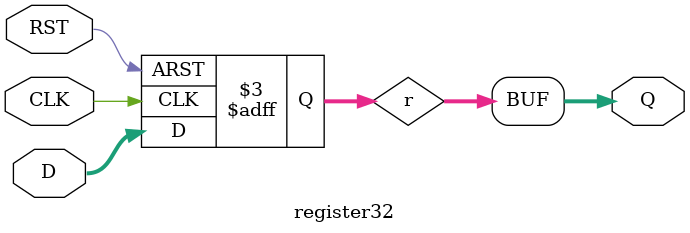
<source format=v>
module register32(input         CLK, 
						input         RST,
						input  [31:0] D, 
						output [31:0] Q);

  reg [31:0] r;

  always @(posedge CLK or posedge RST)
	if (RST == 1)
		r = 0;
	else
		r = D;	

  assign Q = r;
endmodule

</source>
